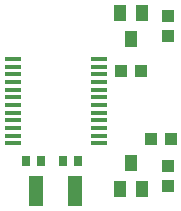
<source format=gbr>
G04 EAGLE Gerber RS-274X export*
G75*
%MOMM*%
%FSLAX34Y34*%
%LPD*%
%INSolderpaste Top*%
%IPPOS*%
%AMOC8*
5,1,8,0,0,1.08239X$1,22.5*%
G01*
%ADD10R,1.397000X0.348000*%
%ADD11R,0.700000X0.900000*%
%ADD12R,1.200000X2.500000*%
%ADD13R,1.000000X1.400000*%
%ADD14R,1.100000X1.000000*%
%ADD15R,1.000000X1.100000*%


D10*
X138160Y162750D03*
X138160Y156250D03*
X138160Y149750D03*
X138160Y136750D03*
X138160Y143250D03*
X138160Y130250D03*
X138160Y123750D03*
X138160Y117250D03*
X138160Y110750D03*
X138160Y104250D03*
X65040Y162750D03*
X65040Y156250D03*
X65040Y149750D03*
X65040Y143250D03*
X65040Y136750D03*
X65040Y130250D03*
X65040Y123750D03*
X65040Y117250D03*
X65040Y110750D03*
X65040Y104250D03*
X65040Y97750D03*
X65040Y91250D03*
X138160Y91250D03*
X138160Y97750D03*
D11*
X120800Y76200D03*
X107800Y76200D03*
X76050Y76200D03*
X89050Y76200D03*
D12*
X85100Y50800D03*
X118100Y50800D03*
D13*
X165100Y179500D03*
X155600Y201500D03*
X174600Y201500D03*
X165100Y74500D03*
X174600Y52500D03*
X155600Y52500D03*
D14*
X196850Y72000D03*
X196850Y55000D03*
D15*
X156600Y152400D03*
X173600Y152400D03*
D14*
X196850Y199000D03*
X196850Y182000D03*
D15*
X182000Y95250D03*
X199000Y95250D03*
M02*

</source>
